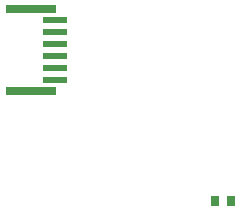
<source format=gtp>
G04*
G04 #@! TF.GenerationSoftware,Altium Limited,Altium Designer,22.6.1 (34)*
G04*
G04 Layer_Color=8421504*
%FSLAX44Y44*%
%MOMM*%
G71*
G04*
G04 #@! TF.SameCoordinates,55340204-0453-48C6-9AD9-4A0BB80BD5D4*
G04*
G04*
G04 #@! TF.FilePolarity,Positive*
G04*
G01*
G75*
%ADD11R,0.6587X0.8121*%
%ADD12R,4.2000X0.7000*%
%ADD13R,2.0000X0.6000*%
D11*
X-349790Y-119020D02*
D03*
X-336256Y-119020D02*
D03*
D12*
X-505790Y-26020D02*
D03*
X-505790Y43980D02*
D03*
D13*
X-484790Y-16020D02*
D03*
X-484790Y-6020D02*
D03*
X-484790Y3980D02*
D03*
X-484790Y13980D02*
D03*
X-484790Y23980D02*
D03*
X-484790Y33980D02*
D03*
M02*

</source>
